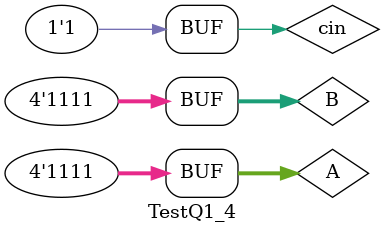
<source format=v>
module TestQ1_4;
	reg [0:3] A;
	reg [0:3] B;
	wire [0:3] Sum;
	reg cin;
	wire cout;
	FA4bit fa(A,B,cin,cout,Sum);
	initial begin
		for (A = 4'b0000 ; A != 4'b1111 ; A = A + 1'b1) begin
		for (B = 4'b0000 ; B != 4'b1111 ; B = B + 1'b1) begin
			#10
			cin=1'b0;
			$monitor("A=%d , B=%d , Cin=%b -- Sum=%d , Cout=%b",A,B,cin,Sum,cout);
			#10
			cin=1'b1;			
			$monitor("A=%d , B=%d , Cin=%b -- Sum=%d , Cout=%b",A,B,cin,Sum,cout);
		end		
		end	
	end
	

endmodule

</source>
